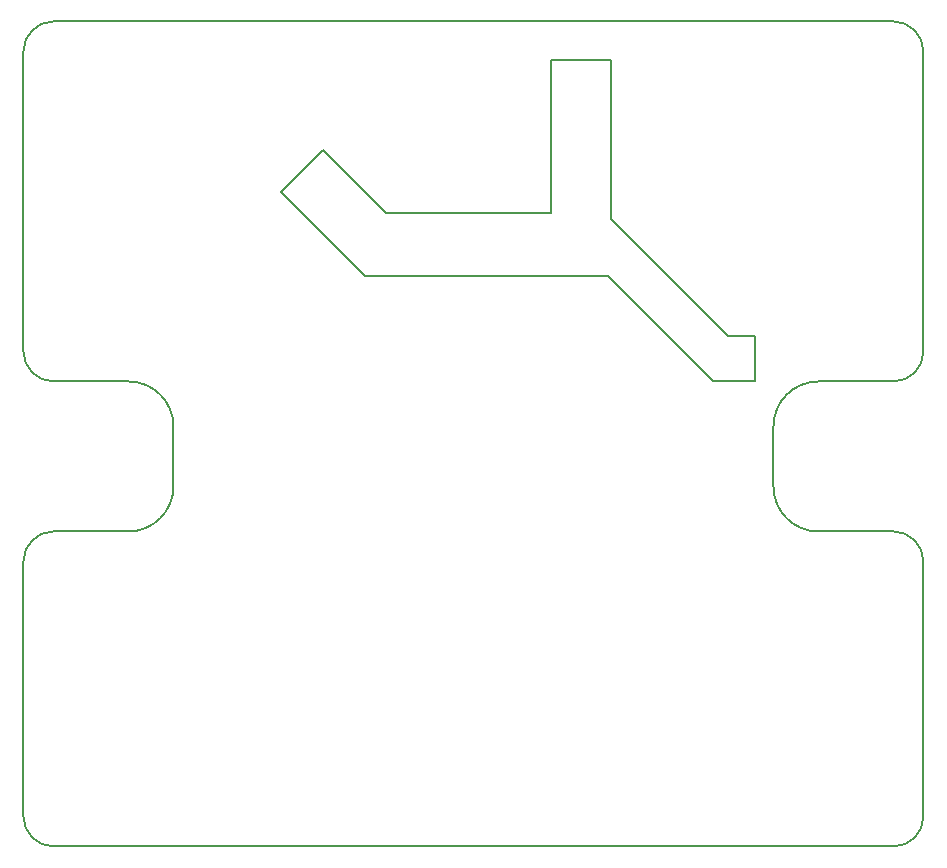
<source format=gbr>
G04 #@! TF.FileFunction,Profile,NP*
%FSLAX46Y46*%
G04 Gerber Fmt 4.6, Leading zero omitted, Abs format (unit mm)*
G04 Created by KiCad (PCBNEW 4.0.7) date 02/09/18 10:32:30*
%MOMM*%
%LPD*%
G01*
G04 APERTURE LIST*
%ADD10C,0.100000*%
%ADD11C,0.150000*%
G04 APERTURE END LIST*
D10*
D11*
X246634000Y-92710000D02*
X246380000Y-92710000D01*
X247396000Y-92710000D02*
X246634000Y-92710000D01*
X247396000Y-88900000D02*
X247396000Y-92710000D01*
X246380000Y-88900000D02*
X247396000Y-88900000D01*
X214376000Y-83820000D02*
X234950000Y-83820000D01*
X213614000Y-83058000D02*
X214376000Y-83820000D01*
X207264000Y-76708000D02*
X213614000Y-83058000D01*
X207772000Y-76200000D02*
X207264000Y-76708000D01*
X210820000Y-73152000D02*
X207772000Y-76200000D01*
X216154000Y-78486000D02*
X210820000Y-73152000D01*
X229616000Y-78486000D02*
X216154000Y-78486000D01*
X230124000Y-78486000D02*
X229616000Y-78486000D01*
X230124000Y-65532000D02*
X230124000Y-78486000D01*
X235204000Y-65532000D02*
X230124000Y-65532000D01*
X235204000Y-66294000D02*
X235204000Y-65532000D01*
X235204000Y-78994000D02*
X235204000Y-66294000D01*
X236220000Y-80010000D02*
X235204000Y-78994000D01*
X194310000Y-105410000D02*
X193040000Y-105410000D01*
X198120000Y-100330000D02*
X198120000Y-101600000D01*
X194310000Y-105410000D02*
G75*
G03X198120000Y-101600000I0J3810000D01*
G01*
X198120000Y-96520000D02*
G75*
G03X194310000Y-92710000I-3810000J0D01*
G01*
X193040000Y-92710000D02*
X194310000Y-92710000D01*
X198120000Y-97790000D02*
X198120000Y-96520000D01*
X252730000Y-92710000D02*
X254000000Y-92710000D01*
X252730000Y-92710000D02*
G75*
G03X248920000Y-96520000I0J-3810000D01*
G01*
X248920000Y-97790000D02*
X248920000Y-96520000D01*
X261620000Y-107950000D02*
X261620000Y-129540000D01*
X185420000Y-107950000D02*
X185420000Y-129540000D01*
X248920000Y-100330000D02*
X248920000Y-101600000D01*
X259080000Y-105410000D02*
X252730000Y-105410000D01*
X248920000Y-101600000D02*
G75*
G03X252730000Y-105410000I3810000J0D01*
G01*
X248920000Y-99060000D02*
X248920000Y-100330000D01*
X261620000Y-107950000D02*
G75*
G03X259080000Y-105410000I-2540000J0D01*
G01*
X193040000Y-105410000D02*
X187960000Y-105410000D01*
X198120000Y-99060000D02*
X198120000Y-100330000D01*
X187960000Y-105410000D02*
G75*
G03X185420000Y-107950000I0J-2540000D01*
G01*
X198120000Y-97790000D02*
X198120000Y-99060000D01*
X193040000Y-92710000D02*
X187960000Y-92710000D01*
X185420000Y-90170000D02*
X185420000Y-64770000D01*
X185420000Y-90170000D02*
G75*
G03X187960000Y-92710000I2540000J0D01*
G01*
X261620000Y-90170000D02*
X261620000Y-64770000D01*
X259080000Y-92710000D02*
X254000000Y-92710000D01*
X248920000Y-99060000D02*
X248920000Y-97790000D01*
X259080000Y-92710000D02*
G75*
G03X261620000Y-90170000I0J2540000D01*
G01*
X187960000Y-62230000D02*
X198120000Y-62230000D01*
X259080000Y-62230000D02*
X248920000Y-62230000D01*
X261620000Y-64770000D02*
G75*
G03X259080000Y-62230000I-2540000J0D01*
G01*
X187960000Y-62230000D02*
G75*
G03X185420000Y-64770000I0J-2540000D01*
G01*
X248920000Y-62230000D02*
X198120000Y-62230000D01*
X243840000Y-92710000D02*
X246380000Y-92710000D01*
X234950000Y-83820000D02*
X243840000Y-92710000D01*
X245110000Y-88900000D02*
X236220000Y-80010000D01*
X246380000Y-88900000D02*
X245110000Y-88900000D01*
X259080000Y-132080000D02*
X187960000Y-132080000D01*
X259080000Y-132080000D02*
G75*
G03X261620000Y-129540000I0J2540000D01*
G01*
X185420000Y-129540000D02*
G75*
G03X187960000Y-132080000I2540000J0D01*
G01*
M02*

</source>
